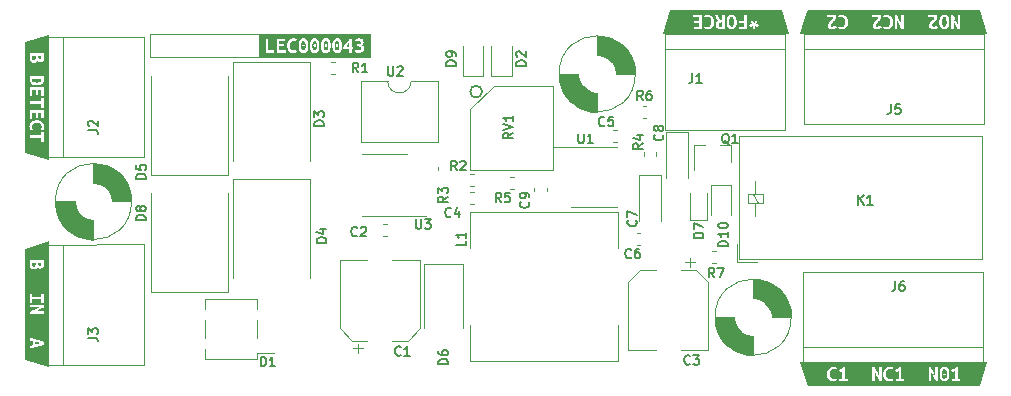
<source format=gto>
G04 #@! TF.GenerationSoftware,KiCad,Pcbnew,6.0.9-8da3e8f707~116~ubuntu20.04.1*
G04 #@! TF.CreationDate,2023-03-26T15:22:19+00:00*
G04 #@! TF.ProjectId,LEC000043,4c454330-3030-4303-9433-2e6b69636164,rev?*
G04 #@! TF.SameCoordinates,Original*
G04 #@! TF.FileFunction,Legend,Top*
G04 #@! TF.FilePolarity,Positive*
%FSLAX46Y46*%
G04 Gerber Fmt 4.6, Leading zero omitted, Abs format (unit mm)*
G04 Created by KiCad (PCBNEW 6.0.9-8da3e8f707~116~ubuntu20.04.1) date 2023-03-26 15:22:19*
%MOMM*%
%LPD*%
G01*
G04 APERTURE LIST*
%ADD10C,0.120000*%
%ADD11C,0.150000*%
%ADD12C,0.010000*%
%ADD13C,0.200000*%
G04 APERTURE END LIST*
D10*
X26741924Y30900000D02*
X8141924Y30900000D01*
X8100000Y30900000D02*
X8100000Y28900000D01*
X8141924Y28900000D02*
X26741924Y28900000D01*
X26741924Y28900000D02*
X26741924Y30900000D01*
D11*
G04 #@! TO.C,C2*
X25666666Y13814286D02*
X25628571Y13776191D01*
X25514285Y13738096D01*
X25438095Y13738096D01*
X25323809Y13776191D01*
X25247619Y13852381D01*
X25209523Y13928572D01*
X25171428Y14080953D01*
X25171428Y14195239D01*
X25209523Y14347620D01*
X25247619Y14423810D01*
X25323809Y14500000D01*
X25438095Y14538096D01*
X25514285Y14538096D01*
X25628571Y14500000D01*
X25666666Y14461905D01*
X25971428Y14461905D02*
X26009523Y14500000D01*
X26085714Y14538096D01*
X26276190Y14538096D01*
X26352380Y14500000D01*
X26390476Y14461905D01*
X26428571Y14385715D01*
X26428571Y14309524D01*
X26390476Y14195239D01*
X25933333Y13738096D01*
X26428571Y13738096D01*
G04 #@! TO.C,C3*
X53866666Y2964286D02*
X53828571Y2926191D01*
X53714285Y2888096D01*
X53638095Y2888096D01*
X53523809Y2926191D01*
X53447619Y3002381D01*
X53409523Y3078572D01*
X53371428Y3230953D01*
X53371428Y3345239D01*
X53409523Y3497620D01*
X53447619Y3573810D01*
X53523809Y3650000D01*
X53638095Y3688096D01*
X53714285Y3688096D01*
X53828571Y3650000D01*
X53866666Y3611905D01*
X54133333Y3688096D02*
X54628571Y3688096D01*
X54361904Y3383334D01*
X54476190Y3383334D01*
X54552380Y3345239D01*
X54590476Y3307143D01*
X54628571Y3230953D01*
X54628571Y3040477D01*
X54590476Y2964286D01*
X54552380Y2926191D01*
X54476190Y2888096D01*
X54247619Y2888096D01*
X54171428Y2926191D01*
X54133333Y2964286D01*
G04 #@! TO.C,C4*
X33616666Y15464286D02*
X33578571Y15426191D01*
X33464285Y15388096D01*
X33388095Y15388096D01*
X33273809Y15426191D01*
X33197619Y15502381D01*
X33159523Y15578572D01*
X33121428Y15730953D01*
X33121428Y15845239D01*
X33159523Y15997620D01*
X33197619Y16073810D01*
X33273809Y16150000D01*
X33388095Y16188096D01*
X33464285Y16188096D01*
X33578571Y16150000D01*
X33616666Y16111905D01*
X34302380Y15921429D02*
X34302380Y15388096D01*
X34111904Y16226191D02*
X33921428Y15654762D01*
X34416666Y15654762D01*
G04 #@! TO.C,D2*
X39961904Y28209524D02*
X39161904Y28209524D01*
X39161904Y28400000D01*
X39200000Y28514286D01*
X39276190Y28590477D01*
X39352380Y28628572D01*
X39504761Y28666667D01*
X39619047Y28666667D01*
X39771428Y28628572D01*
X39847619Y28590477D01*
X39923809Y28514286D01*
X39961904Y28400000D01*
X39961904Y28209524D01*
X39238095Y28971429D02*
X39200000Y29009524D01*
X39161904Y29085715D01*
X39161904Y29276191D01*
X39200000Y29352381D01*
X39238095Y29390477D01*
X39314285Y29428572D01*
X39390476Y29428572D01*
X39504761Y29390477D01*
X39961904Y28933334D01*
X39961904Y29428572D01*
G04 #@! TO.C,D3*
X22861904Y23109524D02*
X22061904Y23109524D01*
X22061904Y23300000D01*
X22100000Y23414286D01*
X22176190Y23490477D01*
X22252380Y23528572D01*
X22404761Y23566667D01*
X22519047Y23566667D01*
X22671428Y23528572D01*
X22747619Y23490477D01*
X22823809Y23414286D01*
X22861904Y23300000D01*
X22861904Y23109524D01*
X22061904Y23833334D02*
X22061904Y24328572D01*
X22366666Y24061905D01*
X22366666Y24176191D01*
X22404761Y24252381D01*
X22442857Y24290477D01*
X22519047Y24328572D01*
X22709523Y24328572D01*
X22785714Y24290477D01*
X22823809Y24252381D01*
X22861904Y24176191D01*
X22861904Y23947620D01*
X22823809Y23871429D01*
X22785714Y23833334D01*
G04 #@! TO.C,D4*
X23061904Y13199524D02*
X22261904Y13199524D01*
X22261904Y13390000D01*
X22300000Y13504286D01*
X22376190Y13580477D01*
X22452380Y13618572D01*
X22604761Y13656667D01*
X22719047Y13656667D01*
X22871428Y13618572D01*
X22947619Y13580477D01*
X23023809Y13504286D01*
X23061904Y13390000D01*
X23061904Y13199524D01*
X22528571Y14342381D02*
X23061904Y14342381D01*
X22223809Y14151905D02*
X22795238Y13961429D01*
X22795238Y14456667D01*
G04 #@! TO.C,D5*
X7761904Y18609524D02*
X6961904Y18609524D01*
X6961904Y18800000D01*
X7000000Y18914286D01*
X7076190Y18990477D01*
X7152380Y19028572D01*
X7304761Y19066667D01*
X7419047Y19066667D01*
X7571428Y19028572D01*
X7647619Y18990477D01*
X7723809Y18914286D01*
X7761904Y18800000D01*
X7761904Y18609524D01*
X6961904Y19790477D02*
X6961904Y19409524D01*
X7342857Y19371429D01*
X7304761Y19409524D01*
X7266666Y19485715D01*
X7266666Y19676191D01*
X7304761Y19752381D01*
X7342857Y19790477D01*
X7419047Y19828572D01*
X7609523Y19828572D01*
X7685714Y19790477D01*
X7723809Y19752381D01*
X7761904Y19676191D01*
X7761904Y19485715D01*
X7723809Y19409524D01*
X7685714Y19371429D01*
G04 #@! TO.C,D6*
X33361904Y2909524D02*
X32561904Y2909524D01*
X32561904Y3100000D01*
X32600000Y3214286D01*
X32676190Y3290477D01*
X32752380Y3328572D01*
X32904761Y3366667D01*
X33019047Y3366667D01*
X33171428Y3328572D01*
X33247619Y3290477D01*
X33323809Y3214286D01*
X33361904Y3100000D01*
X33361904Y2909524D01*
X32561904Y4052381D02*
X32561904Y3900000D01*
X32600000Y3823810D01*
X32638095Y3785715D01*
X32752380Y3709524D01*
X32904761Y3671429D01*
X33209523Y3671429D01*
X33285714Y3709524D01*
X33323809Y3747620D01*
X33361904Y3823810D01*
X33361904Y3976191D01*
X33323809Y4052381D01*
X33285714Y4090477D01*
X33209523Y4128572D01*
X33019047Y4128572D01*
X32942857Y4090477D01*
X32904761Y4052381D01*
X32866666Y3976191D01*
X32866666Y3823810D01*
X32904761Y3747620D01*
X32942857Y3709524D01*
X33019047Y3671429D01*
G04 #@! TO.C,D7*
X54961904Y13609524D02*
X54161904Y13609524D01*
X54161904Y13800000D01*
X54200000Y13914286D01*
X54276190Y13990477D01*
X54352380Y14028572D01*
X54504761Y14066667D01*
X54619047Y14066667D01*
X54771428Y14028572D01*
X54847619Y13990477D01*
X54923809Y13914286D01*
X54961904Y13800000D01*
X54961904Y13609524D01*
X54161904Y14333334D02*
X54161904Y14866667D01*
X54961904Y14523810D01*
G04 #@! TO.C,D8*
X7761904Y15109524D02*
X6961904Y15109524D01*
X6961904Y15300000D01*
X7000000Y15414286D01*
X7076190Y15490477D01*
X7152380Y15528572D01*
X7304761Y15566667D01*
X7419047Y15566667D01*
X7571428Y15528572D01*
X7647619Y15490477D01*
X7723809Y15414286D01*
X7761904Y15300000D01*
X7761904Y15109524D01*
X7304761Y16023810D02*
X7266666Y15947620D01*
X7228571Y15909524D01*
X7152380Y15871429D01*
X7114285Y15871429D01*
X7038095Y15909524D01*
X7000000Y15947620D01*
X6961904Y16023810D01*
X6961904Y16176191D01*
X7000000Y16252381D01*
X7038095Y16290477D01*
X7114285Y16328572D01*
X7152380Y16328572D01*
X7228571Y16290477D01*
X7266666Y16252381D01*
X7304761Y16176191D01*
X7304761Y16023810D01*
X7342857Y15947620D01*
X7380952Y15909524D01*
X7457142Y15871429D01*
X7609523Y15871429D01*
X7685714Y15909524D01*
X7723809Y15947620D01*
X7761904Y16023810D01*
X7761904Y16176191D01*
X7723809Y16252381D01*
X7685714Y16290477D01*
X7609523Y16328572D01*
X7457142Y16328572D01*
X7380952Y16290477D01*
X7342857Y16252381D01*
X7304761Y16176191D01*
G04 #@! TO.C,J1*
X54053333Y27538096D02*
X54053333Y26966667D01*
X54015238Y26852381D01*
X53939047Y26776191D01*
X53824761Y26738096D01*
X53748571Y26738096D01*
X54853333Y26738096D02*
X54396190Y26738096D01*
X54624761Y26738096D02*
X54624761Y27538096D01*
X54548571Y27423810D01*
X54472380Y27347620D01*
X54396190Y27309524D01*
G04 #@! TO.C,J2*
X2911904Y22753334D02*
X3483333Y22753334D01*
X3597619Y22715239D01*
X3673809Y22639048D01*
X3711904Y22524762D01*
X3711904Y22448572D01*
X2988095Y23096191D02*
X2950000Y23134286D01*
X2911904Y23210477D01*
X2911904Y23400953D01*
X2950000Y23477143D01*
X2988095Y23515239D01*
X3064285Y23553334D01*
X3140476Y23553334D01*
X3254761Y23515239D01*
X3711904Y23058096D01*
X3711904Y23553334D01*
G04 #@! TO.C,J3*
X2911904Y5153334D02*
X3483333Y5153334D01*
X3597619Y5115239D01*
X3673809Y5039048D01*
X3711904Y4924762D01*
X3711904Y4848572D01*
X2911904Y5458096D02*
X2911904Y5953334D01*
X3216666Y5686667D01*
X3216666Y5800953D01*
X3254761Y5877143D01*
X3292857Y5915239D01*
X3369047Y5953334D01*
X3559523Y5953334D01*
X3635714Y5915239D01*
X3673809Y5877143D01*
X3711904Y5800953D01*
X3711904Y5572381D01*
X3673809Y5496191D01*
X3635714Y5458096D01*
G04 #@! TO.C,J5*
X70883333Y24938096D02*
X70883333Y24366667D01*
X70845238Y24252381D01*
X70769047Y24176191D01*
X70654761Y24138096D01*
X70578571Y24138096D01*
X71645238Y24938096D02*
X71264285Y24938096D01*
X71226190Y24557143D01*
X71264285Y24595239D01*
X71340476Y24633334D01*
X71530952Y24633334D01*
X71607142Y24595239D01*
X71645238Y24557143D01*
X71683333Y24480953D01*
X71683333Y24290477D01*
X71645238Y24214286D01*
X71607142Y24176191D01*
X71530952Y24138096D01*
X71340476Y24138096D01*
X71264285Y24176191D01*
X71226190Y24214286D01*
G04 #@! TO.C,J6*
X71233333Y9938096D02*
X71233333Y9366667D01*
X71195238Y9252381D01*
X71119047Y9176191D01*
X71004761Y9138096D01*
X70928571Y9138096D01*
X71957142Y9938096D02*
X71804761Y9938096D01*
X71728571Y9900000D01*
X71690476Y9861905D01*
X71614285Y9747620D01*
X71576190Y9595239D01*
X71576190Y9290477D01*
X71614285Y9214286D01*
X71652380Y9176191D01*
X71728571Y9138096D01*
X71880952Y9138096D01*
X71957142Y9176191D01*
X71995238Y9214286D01*
X72033333Y9290477D01*
X72033333Y9480953D01*
X71995238Y9557143D01*
X71957142Y9595239D01*
X71880952Y9633334D01*
X71728571Y9633334D01*
X71652380Y9595239D01*
X71614285Y9557143D01*
X71576190Y9480953D01*
G04 #@! TO.C,R2*
X34116666Y19338096D02*
X33850000Y19719048D01*
X33659523Y19338096D02*
X33659523Y20138096D01*
X33964285Y20138096D01*
X34040476Y20100000D01*
X34078571Y20061905D01*
X34116666Y19985715D01*
X34116666Y19871429D01*
X34078571Y19795239D01*
X34040476Y19757143D01*
X33964285Y19719048D01*
X33659523Y19719048D01*
X34421428Y20061905D02*
X34459523Y20100000D01*
X34535714Y20138096D01*
X34726190Y20138096D01*
X34802380Y20100000D01*
X34840476Y20061905D01*
X34878571Y19985715D01*
X34878571Y19909524D01*
X34840476Y19795239D01*
X34383333Y19338096D01*
X34878571Y19338096D01*
G04 #@! TO.C,R3*
X33361904Y17116667D02*
X32980952Y16850000D01*
X33361904Y16659524D02*
X32561904Y16659524D01*
X32561904Y16964286D01*
X32600000Y17040477D01*
X32638095Y17078572D01*
X32714285Y17116667D01*
X32828571Y17116667D01*
X32904761Y17078572D01*
X32942857Y17040477D01*
X32980952Y16964286D01*
X32980952Y16659524D01*
X32561904Y17383334D02*
X32561904Y17878572D01*
X32866666Y17611905D01*
X32866666Y17726191D01*
X32904761Y17802381D01*
X32942857Y17840477D01*
X33019047Y17878572D01*
X33209523Y17878572D01*
X33285714Y17840477D01*
X33323809Y17802381D01*
X33361904Y17726191D01*
X33361904Y17497620D01*
X33323809Y17421429D01*
X33285714Y17383334D01*
G04 #@! TO.C,R5*
X37866666Y16638096D02*
X37600000Y17019048D01*
X37409523Y16638096D02*
X37409523Y17438096D01*
X37714285Y17438096D01*
X37790476Y17400000D01*
X37828571Y17361905D01*
X37866666Y17285715D01*
X37866666Y17171429D01*
X37828571Y17095239D01*
X37790476Y17057143D01*
X37714285Y17019048D01*
X37409523Y17019048D01*
X38590476Y17438096D02*
X38209523Y17438096D01*
X38171428Y17057143D01*
X38209523Y17095239D01*
X38285714Y17133334D01*
X38476190Y17133334D01*
X38552380Y17095239D01*
X38590476Y17057143D01*
X38628571Y16980953D01*
X38628571Y16790477D01*
X38590476Y16714286D01*
X38552380Y16676191D01*
X38476190Y16638096D01*
X38285714Y16638096D01*
X38209523Y16676191D01*
X38171428Y16714286D01*
G04 #@! TO.C,R6*
X49866666Y25288096D02*
X49600000Y25669048D01*
X49409523Y25288096D02*
X49409523Y26088096D01*
X49714285Y26088096D01*
X49790476Y26050000D01*
X49828571Y26011905D01*
X49866666Y25935715D01*
X49866666Y25821429D01*
X49828571Y25745239D01*
X49790476Y25707143D01*
X49714285Y25669048D01*
X49409523Y25669048D01*
X50552380Y26088096D02*
X50400000Y26088096D01*
X50323809Y26050000D01*
X50285714Y26011905D01*
X50209523Y25897620D01*
X50171428Y25745239D01*
X50171428Y25440477D01*
X50209523Y25364286D01*
X50247619Y25326191D01*
X50323809Y25288096D01*
X50476190Y25288096D01*
X50552380Y25326191D01*
X50590476Y25364286D01*
X50628571Y25440477D01*
X50628571Y25630953D01*
X50590476Y25707143D01*
X50552380Y25745239D01*
X50476190Y25783334D01*
X50323809Y25783334D01*
X50247619Y25745239D01*
X50209523Y25707143D01*
X50171428Y25630953D01*
G04 #@! TO.C,R7*
X55916666Y10288096D02*
X55650000Y10669048D01*
X55459523Y10288096D02*
X55459523Y11088096D01*
X55764285Y11088096D01*
X55840476Y11050000D01*
X55878571Y11011905D01*
X55916666Y10935715D01*
X55916666Y10821429D01*
X55878571Y10745239D01*
X55840476Y10707143D01*
X55764285Y10669048D01*
X55459523Y10669048D01*
X56183333Y11088096D02*
X56716666Y11088096D01*
X56373809Y10288096D01*
G04 #@! TO.C,U2*
X28290476Y28138096D02*
X28290476Y27490477D01*
X28328571Y27414286D01*
X28366666Y27376191D01*
X28442857Y27338096D01*
X28595238Y27338096D01*
X28671428Y27376191D01*
X28709523Y27414286D01*
X28747619Y27490477D01*
X28747619Y28138096D01*
X29090476Y28061905D02*
X29128571Y28100000D01*
X29204761Y28138096D01*
X29395238Y28138096D01*
X29471428Y28100000D01*
X29509523Y28061905D01*
X29547619Y27985715D01*
X29547619Y27909524D01*
X29509523Y27795239D01*
X29052380Y27338096D01*
X29547619Y27338096D01*
G04 #@! TO.C,U3*
X30640476Y15188096D02*
X30640476Y14540477D01*
X30678571Y14464286D01*
X30716666Y14426191D01*
X30792857Y14388096D01*
X30945238Y14388096D01*
X31021428Y14426191D01*
X31059523Y14464286D01*
X31097619Y14540477D01*
X31097619Y15188096D01*
X31402380Y15188096D02*
X31897619Y15188096D01*
X31630952Y14883334D01*
X31745238Y14883334D01*
X31821428Y14845239D01*
X31859523Y14807143D01*
X31897619Y14730953D01*
X31897619Y14540477D01*
X31859523Y14464286D01*
X31821428Y14426191D01*
X31745238Y14388096D01*
X31516666Y14388096D01*
X31440476Y14426191D01*
X31402380Y14464286D01*
G04 #@! TO.C,K1*
X68109523Y16438096D02*
X68109523Y17238096D01*
X68566666Y16438096D02*
X68223809Y16895239D01*
X68566666Y17238096D02*
X68109523Y16780953D01*
X69328571Y16438096D02*
X68871428Y16438096D01*
X69100000Y16438096D02*
X69100000Y17238096D01*
X69023809Y17123810D01*
X68947619Y17047620D01*
X68871428Y17009524D01*
G04 #@! TO.C,R1*
X25766666Y27638096D02*
X25500000Y28019048D01*
X25309523Y27638096D02*
X25309523Y28438096D01*
X25614285Y28438096D01*
X25690476Y28400000D01*
X25728571Y28361905D01*
X25766666Y28285715D01*
X25766666Y28171429D01*
X25728571Y28095239D01*
X25690476Y28057143D01*
X25614285Y28019048D01*
X25309523Y28019048D01*
X26528571Y27638096D02*
X26071428Y27638096D01*
X26300000Y27638096D02*
X26300000Y28438096D01*
X26223809Y28323810D01*
X26147619Y28247620D01*
X26071428Y28209524D01*
G04 #@! TO.C,C6*
X48866666Y11964286D02*
X48828571Y11926191D01*
X48714285Y11888096D01*
X48638095Y11888096D01*
X48523809Y11926191D01*
X48447619Y12002381D01*
X48409523Y12078572D01*
X48371428Y12230953D01*
X48371428Y12345239D01*
X48409523Y12497620D01*
X48447619Y12573810D01*
X48523809Y12650000D01*
X48638095Y12688096D01*
X48714285Y12688096D01*
X48828571Y12650000D01*
X48866666Y12611905D01*
X49552380Y12688096D02*
X49400000Y12688096D01*
X49323809Y12650000D01*
X49285714Y12611905D01*
X49209523Y12497620D01*
X49171428Y12345239D01*
X49171428Y12040477D01*
X49209523Y11964286D01*
X49247619Y11926191D01*
X49323809Y11888096D01*
X49476190Y11888096D01*
X49552380Y11926191D01*
X49590476Y11964286D01*
X49628571Y12040477D01*
X49628571Y12230953D01*
X49590476Y12307143D01*
X49552380Y12345239D01*
X49476190Y12383334D01*
X49323809Y12383334D01*
X49247619Y12345239D01*
X49209523Y12307143D01*
X49171428Y12230953D01*
G04 #@! TO.C,C7*
X49285714Y15116667D02*
X49323809Y15078572D01*
X49361904Y14964286D01*
X49361904Y14888096D01*
X49323809Y14773810D01*
X49247619Y14697620D01*
X49171428Y14659524D01*
X49019047Y14621429D01*
X48904761Y14621429D01*
X48752380Y14659524D01*
X48676190Y14697620D01*
X48600000Y14773810D01*
X48561904Y14888096D01*
X48561904Y14964286D01*
X48600000Y15078572D01*
X48638095Y15116667D01*
X48561904Y15383334D02*
X48561904Y15916667D01*
X49361904Y15573810D01*
G04 #@! TO.C,C8*
X51535714Y22366667D02*
X51573809Y22328572D01*
X51611904Y22214286D01*
X51611904Y22138096D01*
X51573809Y22023810D01*
X51497619Y21947620D01*
X51421428Y21909524D01*
X51269047Y21871429D01*
X51154761Y21871429D01*
X51002380Y21909524D01*
X50926190Y21947620D01*
X50850000Y22023810D01*
X50811904Y22138096D01*
X50811904Y22214286D01*
X50850000Y22328572D01*
X50888095Y22366667D01*
X51154761Y22823810D02*
X51116666Y22747620D01*
X51078571Y22709524D01*
X51002380Y22671429D01*
X50964285Y22671429D01*
X50888095Y22709524D01*
X50850000Y22747620D01*
X50811904Y22823810D01*
X50811904Y22976191D01*
X50850000Y23052381D01*
X50888095Y23090477D01*
X50964285Y23128572D01*
X51002380Y23128572D01*
X51078571Y23090477D01*
X51116666Y23052381D01*
X51154761Y22976191D01*
X51154761Y22823810D01*
X51192857Y22747620D01*
X51230952Y22709524D01*
X51307142Y22671429D01*
X51459523Y22671429D01*
X51535714Y22709524D01*
X51573809Y22747620D01*
X51611904Y22823810D01*
X51611904Y22976191D01*
X51573809Y23052381D01*
X51535714Y23090477D01*
X51459523Y23128572D01*
X51307142Y23128572D01*
X51230952Y23090477D01*
X51192857Y23052381D01*
X51154761Y22976191D01*
G04 #@! TO.C,R4*
X49861904Y21616667D02*
X49480952Y21350000D01*
X49861904Y21159524D02*
X49061904Y21159524D01*
X49061904Y21464286D01*
X49100000Y21540477D01*
X49138095Y21578572D01*
X49214285Y21616667D01*
X49328571Y21616667D01*
X49404761Y21578572D01*
X49442857Y21540477D01*
X49480952Y21464286D01*
X49480952Y21159524D01*
X49328571Y22302381D02*
X49861904Y22302381D01*
X49023809Y22111905D02*
X49595238Y21921429D01*
X49595238Y22416667D01*
G04 #@! TO.C,U1*
X44390476Y22438096D02*
X44390476Y21790477D01*
X44428571Y21714286D01*
X44466666Y21676191D01*
X44542857Y21638096D01*
X44695238Y21638096D01*
X44771428Y21676191D01*
X44809523Y21714286D01*
X44847619Y21790477D01*
X44847619Y22438096D01*
X45647619Y21638096D02*
X45190476Y21638096D01*
X45419047Y21638096D02*
X45419047Y22438096D01*
X45342857Y22323810D01*
X45266666Y22247620D01*
X45190476Y22209524D01*
G04 #@! TO.C,C5*
X46616666Y23164286D02*
X46578571Y23126191D01*
X46464285Y23088096D01*
X46388095Y23088096D01*
X46273809Y23126191D01*
X46197619Y23202381D01*
X46159523Y23278572D01*
X46121428Y23430953D01*
X46121428Y23545239D01*
X46159523Y23697620D01*
X46197619Y23773810D01*
X46273809Y23850000D01*
X46388095Y23888096D01*
X46464285Y23888096D01*
X46578571Y23850000D01*
X46616666Y23811905D01*
X47340476Y23888096D02*
X46959523Y23888096D01*
X46921428Y23507143D01*
X46959523Y23545239D01*
X47035714Y23583334D01*
X47226190Y23583334D01*
X47302380Y23545239D01*
X47340476Y23507143D01*
X47378571Y23430953D01*
X47378571Y23240477D01*
X47340476Y23164286D01*
X47302380Y23126191D01*
X47226190Y23088096D01*
X47035714Y23088096D01*
X46959523Y23126191D01*
X46921428Y23164286D01*
G04 #@! TO.C,L1*
X34861904Y13366667D02*
X34861904Y12985715D01*
X34061904Y12985715D01*
X34861904Y14052381D02*
X34861904Y13595239D01*
X34861904Y13823810D02*
X34061904Y13823810D01*
X34176190Y13747620D01*
X34252380Y13671429D01*
X34290476Y13595239D01*
G04 #@! TO.C,D9*
X34011904Y28209524D02*
X33211904Y28209524D01*
X33211904Y28400000D01*
X33250000Y28514286D01*
X33326190Y28590477D01*
X33402380Y28628572D01*
X33554761Y28666667D01*
X33669047Y28666667D01*
X33821428Y28628572D01*
X33897619Y28590477D01*
X33973809Y28514286D01*
X34011904Y28400000D01*
X34011904Y28209524D01*
X34011904Y29047620D02*
X34011904Y29200000D01*
X33973809Y29276191D01*
X33935714Y29314286D01*
X33821428Y29390477D01*
X33669047Y29428572D01*
X33364285Y29428572D01*
X33288095Y29390477D01*
X33250000Y29352381D01*
X33211904Y29276191D01*
X33211904Y29123810D01*
X33250000Y29047620D01*
X33288095Y29009524D01*
X33364285Y28971429D01*
X33554761Y28971429D01*
X33630952Y29009524D01*
X33669047Y29047620D01*
X33707142Y29123810D01*
X33707142Y29276191D01*
X33669047Y29352381D01*
X33630952Y29390477D01*
X33554761Y29428572D01*
G04 #@! TO.C,D1*
X17509523Y2738096D02*
X17509523Y3538096D01*
X17700000Y3538096D01*
X17814285Y3500000D01*
X17890476Y3423810D01*
X17928571Y3347620D01*
X17966666Y3195239D01*
X17966666Y3080953D01*
X17928571Y2928572D01*
X17890476Y2852381D01*
X17814285Y2776191D01*
X17700000Y2738096D01*
X17509523Y2738096D01*
X18728571Y2738096D02*
X18271428Y2738096D01*
X18500000Y2738096D02*
X18500000Y3538096D01*
X18423809Y3423810D01*
X18347619Y3347620D01*
X18271428Y3309524D01*
G04 #@! TO.C,RV1*
X38861904Y22523810D02*
X38480952Y22257143D01*
X38861904Y22066667D02*
X38061904Y22066667D01*
X38061904Y22371429D01*
X38100000Y22447620D01*
X38138095Y22485715D01*
X38214285Y22523810D01*
X38328571Y22523810D01*
X38404761Y22485715D01*
X38442857Y22447620D01*
X38480952Y22371429D01*
X38480952Y22066667D01*
X38061904Y22752381D02*
X38861904Y23019048D01*
X38061904Y23285715D01*
X38861904Y23971429D02*
X38861904Y23514286D01*
X38861904Y23742858D02*
X38061904Y23742858D01*
X38176190Y23666667D01*
X38252380Y23590477D01*
X38290476Y23514286D01*
G04 #@! TO.C,C1*
X29366666Y3714286D02*
X29328571Y3676191D01*
X29214285Y3638096D01*
X29138095Y3638096D01*
X29023809Y3676191D01*
X28947619Y3752381D01*
X28909523Y3828572D01*
X28871428Y3980953D01*
X28871428Y4095239D01*
X28909523Y4247620D01*
X28947619Y4323810D01*
X29023809Y4400000D01*
X29138095Y4438096D01*
X29214285Y4438096D01*
X29328571Y4400000D01*
X29366666Y4361905D01*
X30128571Y3638096D02*
X29671428Y3638096D01*
X29900000Y3638096D02*
X29900000Y4438096D01*
X29823809Y4323810D01*
X29747619Y4247620D01*
X29671428Y4209524D01*
G04 #@! TO.C,Q1*
X57173809Y21561905D02*
X57097619Y21600000D01*
X57021428Y21676191D01*
X56907142Y21790477D01*
X56830952Y21828572D01*
X56754761Y21828572D01*
X56792857Y21638096D02*
X56716666Y21676191D01*
X56640476Y21752381D01*
X56602380Y21904762D01*
X56602380Y22171429D01*
X56640476Y22323810D01*
X56716666Y22400000D01*
X56792857Y22438096D01*
X56945238Y22438096D01*
X57021428Y22400000D01*
X57097619Y22323810D01*
X57135714Y22171429D01*
X57135714Y21904762D01*
X57097619Y21752381D01*
X57021428Y21676191D01*
X56945238Y21638096D01*
X56792857Y21638096D01*
X57897619Y21638096D02*
X57440476Y21638096D01*
X57669047Y21638096D02*
X57669047Y22438096D01*
X57592857Y22323810D01*
X57516666Y22247620D01*
X57440476Y22209524D01*
G04 #@! TO.C,D10*
X57061904Y12928572D02*
X56261904Y12928572D01*
X56261904Y13119048D01*
X56300000Y13233334D01*
X56376190Y13309524D01*
X56452380Y13347620D01*
X56604761Y13385715D01*
X56719047Y13385715D01*
X56871428Y13347620D01*
X56947619Y13309524D01*
X57023809Y13233334D01*
X57061904Y13119048D01*
X57061904Y12928572D01*
X57061904Y14147620D02*
X57061904Y13690477D01*
X57061904Y13919048D02*
X56261904Y13919048D01*
X56376190Y13842858D01*
X56452380Y13766667D01*
X56490476Y13690477D01*
X56261904Y14642858D02*
X56261904Y14719048D01*
X56300000Y14795239D01*
X56338095Y14833334D01*
X56414285Y14871429D01*
X56566666Y14909524D01*
X56757142Y14909524D01*
X56909523Y14871429D01*
X56985714Y14833334D01*
X57023809Y14795239D01*
X57061904Y14719048D01*
X57061904Y14642858D01*
X57023809Y14566667D01*
X56985714Y14528572D01*
X56909523Y14490477D01*
X56757142Y14452381D01*
X56566666Y14452381D01*
X56414285Y14490477D01*
X56338095Y14528572D01*
X56300000Y14566667D01*
X56261904Y14642858D01*
G04 #@! TO.C,C9*
X40185714Y16666667D02*
X40223809Y16628572D01*
X40261904Y16514286D01*
X40261904Y16438096D01*
X40223809Y16323810D01*
X40147619Y16247620D01*
X40071428Y16209524D01*
X39919047Y16171429D01*
X39804761Y16171429D01*
X39652380Y16209524D01*
X39576190Y16247620D01*
X39500000Y16323810D01*
X39461904Y16438096D01*
X39461904Y16514286D01*
X39500000Y16628572D01*
X39538095Y16666667D01*
X40261904Y17047620D02*
X40261904Y17200000D01*
X40223809Y17276191D01*
X40185714Y17314286D01*
X40071428Y17390477D01*
X39919047Y17428572D01*
X39614285Y17428572D01*
X39538095Y17390477D01*
X39500000Y17352381D01*
X39461904Y17276191D01*
X39461904Y17123810D01*
X39500000Y17047620D01*
X39538095Y17009524D01*
X39614285Y16971429D01*
X39804761Y16971429D01*
X39880952Y17009524D01*
X39919047Y17047620D01*
X39957142Y17123810D01*
X39957142Y17276191D01*
X39919047Y17352381D01*
X39880952Y17390477D01*
X39804761Y17428572D01*
D10*
G04 #@! TO.C,C2*
X28162779Y14810000D02*
X27837221Y14810000D01*
X28162779Y13790000D02*
X27837221Y13790000D01*
G04 #@! TO.C,C3*
X48590000Y4090000D02*
X50940000Y4090000D01*
X55410000Y4090000D02*
X53060000Y4090000D01*
X54241250Y11543750D02*
X53453750Y11543750D01*
X49654437Y10910000D02*
X50940000Y10910000D01*
X49654437Y10910000D02*
X48590000Y9845563D01*
X48590000Y9845563D02*
X48590000Y4090000D01*
X55410000Y9845563D02*
X55410000Y4090000D01*
X54345563Y10910000D02*
X53060000Y10910000D01*
X53847500Y11937500D02*
X53847500Y11150000D01*
X54345563Y10910000D02*
X55410000Y9845563D01*
G04 #@! TO.C,C4*
X35550279Y16490000D02*
X35224721Y16490000D01*
X35550279Y17510000D02*
X35224721Y17510000D01*
G04 #@! TO.C,D2*
X37050000Y27300000D02*
X38750000Y27300000D01*
X37050000Y27300000D02*
X37050000Y29850000D01*
X38750000Y27300000D02*
X38750000Y29850000D01*
G04 #@! TO.C,D3*
X15150000Y28500000D02*
X21650000Y28500000D01*
X21650000Y28500000D02*
X21650000Y20100000D01*
X15150000Y28500000D02*
X15150000Y20100000D01*
G04 #@! TO.C,D4*
X15150000Y18600000D02*
X21650000Y18600000D01*
X21650000Y18600000D02*
X21650000Y10200000D01*
X15150000Y18600000D02*
X15150000Y10200000D01*
G04 #@! TO.C,D5*
X8250000Y18900000D02*
X8250000Y27300000D01*
X14750000Y18900000D02*
X14750000Y27300000D01*
X14750000Y18900000D02*
X8250000Y18900000D01*
G04 #@! TO.C,D6*
X34650000Y11400000D02*
X34650000Y6000000D01*
X34650000Y11400000D02*
X31350000Y11400000D01*
X31350000Y11400000D02*
X31350000Y6000000D01*
G04 #@! TO.C,D7*
X53865000Y15115000D02*
X55335000Y15115000D01*
X55335000Y15115000D02*
X55335000Y17400000D01*
X53865000Y17400000D02*
X53865000Y15115000D01*
G04 #@! TO.C,D8*
X8250000Y9000000D02*
X8250000Y17400000D01*
X14750000Y9000000D02*
X14750000Y17400000D01*
X14750000Y9000000D02*
X8250000Y9000000D01*
G04 #@! TO.C,J1*
X61940000Y22790000D02*
X61940000Y30910000D01*
X51780000Y29640000D02*
X61940000Y29640000D01*
X51780000Y30910000D02*
X51780000Y22790000D01*
X61940000Y30910000D02*
X51780000Y30910000D01*
X51780000Y22790000D02*
X61940000Y22790000D01*
G04 #@! TO.C,J2*
X-460000Y30640000D02*
X-460000Y20480000D01*
X-460000Y20480000D02*
X7660000Y20480000D01*
X810000Y20480000D02*
X810000Y30640000D01*
X7660000Y30640000D02*
X-460000Y30640000D01*
X7660000Y20480000D02*
X7660000Y30640000D01*
G04 #@! TO.C,J3*
X-460000Y2880000D02*
X7650000Y2880000D01*
X7650000Y13060000D02*
X-460000Y13040000D01*
X7650000Y2880000D02*
X7650000Y13040000D01*
X810000Y2880000D02*
X810000Y13040000D01*
X-460000Y13040000D02*
X-460000Y2880000D01*
G04 #@! TO.C,J5*
X78740000Y23290000D02*
X63500000Y23290000D01*
X63500000Y30910000D02*
X63500000Y23290000D01*
X78740000Y29640000D02*
X63500000Y29640000D01*
X78740000Y30910000D02*
X78740000Y23290000D01*
X78740000Y30910000D02*
X63500000Y30910000D01*
G04 #@! TO.C,J6*
X78700000Y3090000D02*
X78700000Y10710000D01*
X63460000Y3090000D02*
X78700000Y3090000D01*
X63460000Y3090000D02*
X63460000Y10710000D01*
X63460000Y4360000D02*
X78700000Y4360000D01*
X63460000Y10710000D02*
X78700000Y10710000D01*
G04 #@! TO.C,R2*
X35550279Y17990000D02*
X35224721Y17990000D01*
X35550279Y19010000D02*
X35224721Y19010000D01*
G04 #@! TO.C,R3*
X33510000Y19324721D02*
X33510000Y19650279D01*
X32490000Y19324721D02*
X32490000Y19650279D01*
G04 #@! TO.C,R5*
X38637221Y17740000D02*
X38962779Y17740000D01*
X38637221Y18760000D02*
X38962779Y18760000D01*
G04 #@! TO.C,R6*
X50162779Y23740000D02*
X49837221Y23740000D01*
X50162779Y24760000D02*
X49837221Y24760000D01*
G04 #@! TO.C,R7*
X56062779Y11490000D02*
X55737221Y11490000D01*
X56062779Y12510000D02*
X55737221Y12510000D01*
G04 #@! TO.C,U2*
X32485000Y21700000D02*
X32485000Y26900000D01*
X26015000Y21700000D02*
X32485000Y21700000D01*
X28250000Y26900000D02*
X26015000Y26900000D01*
X26015000Y26900000D02*
X26015000Y21700000D01*
X32485000Y26900000D02*
X30250000Y26900000D01*
X28250000Y26900000D02*
G75*
G03*
X30250000Y26900000I1000000J0D01*
G01*
G04 #@! TO.C,U3*
X28000000Y20690000D02*
X26120000Y20690000D01*
X28000000Y15510000D02*
X31525000Y15510000D01*
X28000000Y15510000D02*
X26120000Y15510000D01*
X28000000Y20690000D02*
X29880000Y20690000D01*
G04 #@! TO.C,K1*
X78600000Y22200000D02*
X78600000Y11800000D01*
X57800000Y11600000D02*
X57800000Y13100000D01*
X59400000Y17300000D02*
X59400000Y18400000D01*
X58800000Y17300000D02*
X58800000Y16600000D01*
X59600000Y16600000D02*
X59200000Y17300000D01*
X60000000Y16600000D02*
X60000000Y17300000D01*
X58000000Y22200000D02*
X78600000Y22200000D01*
X60000000Y17300000D02*
X58800000Y17300000D01*
X78600000Y11800000D02*
X58000000Y11800000D01*
X59400000Y16600000D02*
X59400000Y15500000D01*
X59500000Y11600000D02*
X57800000Y11600000D01*
X58000000Y11800000D02*
X58000000Y22200000D01*
X58800000Y16600000D02*
X60000000Y16600000D01*
G04 #@! TO.C,R1*
X23437221Y28510000D02*
X23762779Y28510000D01*
X23437221Y27490000D02*
X23762779Y27490000D01*
G04 #@! TO.C,H1*
X6574903Y16700000D02*
G75*
G03*
X6574903Y16700000I-3224903J0D01*
G01*
G36*
X1750000Y16600000D02*
G01*
X1850000Y16200000D01*
X2050000Y15800000D01*
X2450000Y15400000D01*
X2850000Y15200000D01*
X3250000Y15100000D01*
X3350000Y15100000D01*
X3350000Y13475097D01*
X2850000Y13500000D01*
X1850000Y13800000D01*
X1050000Y14400000D01*
X550000Y15100000D01*
X250000Y15800000D01*
X150000Y16200000D01*
X150000Y16700000D01*
X1750000Y16700000D01*
X1750000Y16600000D01*
G37*
D12*
X1750000Y16600000D02*
X1850000Y16200000D01*
X2050000Y15800000D01*
X2450000Y15400000D01*
X2850000Y15200000D01*
X3250000Y15100000D01*
X3350000Y15100000D01*
X3350000Y13475097D01*
X2850000Y13500000D01*
X1850000Y13800000D01*
X1050000Y14400000D01*
X550000Y15100000D01*
X250000Y15800000D01*
X150000Y16200000D01*
X150000Y16700000D01*
X1750000Y16700000D01*
X1750000Y16600000D01*
G36*
X3850000Y19900000D02*
G01*
X4850000Y19600000D01*
X5650000Y19000000D01*
X6150000Y18300000D01*
X6450000Y17600000D01*
X6550000Y17200000D01*
X6550000Y16700000D01*
X4950000Y16700000D01*
X4950000Y16800000D01*
X4850000Y17200000D01*
X4650000Y17600000D01*
X4250000Y18000000D01*
X3850000Y18200000D01*
X3450000Y18300000D01*
X3350000Y18300000D01*
X3350000Y19924903D01*
X3850000Y19900000D01*
G37*
X3850000Y19900000D02*
X4850000Y19600000D01*
X5650000Y19000000D01*
X6150000Y18300000D01*
X6450000Y17600000D01*
X6550000Y17200000D01*
X6550000Y16700000D01*
X4950000Y16700000D01*
X4950000Y16800000D01*
X4850000Y17200000D01*
X4650000Y17600000D01*
X4250000Y18000000D01*
X3850000Y18200000D01*
X3450000Y18300000D01*
X3350000Y18300000D01*
X3350000Y19924903D01*
X3850000Y19900000D01*
D10*
G04 #@! TO.C,H2*
X62424903Y6900000D02*
G75*
G03*
X62424903Y6900000I-3224903J0D01*
G01*
G36*
X57600000Y6800000D02*
G01*
X57700000Y6400000D01*
X57900000Y6000000D01*
X58300000Y5600000D01*
X58700000Y5400000D01*
X59100000Y5300000D01*
X59200000Y5300000D01*
X59200000Y3675097D01*
X58700000Y3700000D01*
X57700000Y4000000D01*
X56900000Y4600000D01*
X56400000Y5300000D01*
X56100000Y6000000D01*
X56000000Y6400000D01*
X56000000Y6900000D01*
X57600000Y6900000D01*
X57600000Y6800000D01*
G37*
D12*
X57600000Y6800000D02*
X57700000Y6400000D01*
X57900000Y6000000D01*
X58300000Y5600000D01*
X58700000Y5400000D01*
X59100000Y5300000D01*
X59200000Y5300000D01*
X59200000Y3675097D01*
X58700000Y3700000D01*
X57700000Y4000000D01*
X56900000Y4600000D01*
X56400000Y5300000D01*
X56100000Y6000000D01*
X56000000Y6400000D01*
X56000000Y6900000D01*
X57600000Y6900000D01*
X57600000Y6800000D01*
G36*
X59700000Y10100000D02*
G01*
X60700000Y9800000D01*
X61500000Y9200000D01*
X62000000Y8500000D01*
X62300000Y7800000D01*
X62400000Y7400000D01*
X62400000Y6900000D01*
X60800000Y6900000D01*
X60800000Y7000000D01*
X60700000Y7400000D01*
X60500000Y7800000D01*
X60100000Y8200000D01*
X59700000Y8400000D01*
X59300000Y8500000D01*
X59200000Y8500000D01*
X59200000Y10124903D01*
X59700000Y10100000D01*
G37*
X59700000Y10100000D02*
X60700000Y9800000D01*
X61500000Y9200000D01*
X62000000Y8500000D01*
X62300000Y7800000D01*
X62400000Y7400000D01*
X62400000Y6900000D01*
X60800000Y6900000D01*
X60800000Y7000000D01*
X60700000Y7400000D01*
X60500000Y7800000D01*
X60100000Y8200000D01*
X59700000Y8400000D01*
X59300000Y8500000D01*
X59200000Y8500000D01*
X59200000Y10124903D01*
X59700000Y10100000D01*
D10*
G04 #@! TO.C,H3*
X49224903Y27500000D02*
G75*
G03*
X49224903Y27500000I-3224903J0D01*
G01*
G36*
X44400000Y27400000D02*
G01*
X44500000Y27000000D01*
X44700000Y26600000D01*
X45100000Y26200000D01*
X45500000Y26000000D01*
X45900000Y25900000D01*
X46000000Y25900000D01*
X46000000Y24275097D01*
X45500000Y24300000D01*
X44500000Y24600000D01*
X43700000Y25200000D01*
X43200000Y25900000D01*
X42900000Y26600000D01*
X42800000Y27000000D01*
X42800000Y27500000D01*
X44400000Y27500000D01*
X44400000Y27400000D01*
G37*
D12*
X44400000Y27400000D02*
X44500000Y27000000D01*
X44700000Y26600000D01*
X45100000Y26200000D01*
X45500000Y26000000D01*
X45900000Y25900000D01*
X46000000Y25900000D01*
X46000000Y24275097D01*
X45500000Y24300000D01*
X44500000Y24600000D01*
X43700000Y25200000D01*
X43200000Y25900000D01*
X42900000Y26600000D01*
X42800000Y27000000D01*
X42800000Y27500000D01*
X44400000Y27500000D01*
X44400000Y27400000D01*
G36*
X46500000Y30700000D02*
G01*
X47500000Y30400000D01*
X48300000Y29800000D01*
X48800000Y29100000D01*
X49100000Y28400000D01*
X49200000Y28000000D01*
X49200000Y27500000D01*
X47600000Y27500000D01*
X47600000Y27600000D01*
X47500000Y28000000D01*
X47300000Y28400000D01*
X46900000Y28800000D01*
X46500000Y29000000D01*
X46100000Y29100000D01*
X46000000Y29100000D01*
X46000000Y30724903D01*
X46500000Y30700000D01*
G37*
X46500000Y30700000D02*
X47500000Y30400000D01*
X48300000Y29800000D01*
X48800000Y29100000D01*
X49100000Y28400000D01*
X49200000Y28000000D01*
X49200000Y27500000D01*
X47600000Y27500000D01*
X47600000Y27600000D01*
X47500000Y28000000D01*
X47300000Y28400000D01*
X46900000Y28800000D01*
X46500000Y29000000D01*
X46100000Y29100000D01*
X46000000Y29100000D01*
X46000000Y30724903D01*
X46500000Y30700000D01*
D10*
G04 #@! TO.C,C6*
X49337221Y14010000D02*
X49662779Y14010000D01*
X49337221Y12990000D02*
X49662779Y12990000D01*
G04 #@! TO.C,C7*
X51435000Y15050000D02*
X51435000Y18960000D01*
X51435000Y18960000D02*
X49565000Y18960000D01*
X49565000Y18960000D02*
X49565000Y15050000D01*
G04 #@! TO.C,C8*
X53685000Y22560000D02*
X51815000Y22560000D01*
X53685000Y18650000D02*
X53685000Y22560000D01*
X51815000Y22560000D02*
X51815000Y18650000D01*
G04 #@! TO.C,R4*
X51010000Y20875279D02*
X51010000Y20549721D01*
X49990000Y20875279D02*
X49990000Y20549721D01*
G04 #@! TO.C,U1*
X45750000Y16190000D02*
X43800000Y16190000D01*
X45750000Y21310000D02*
X47700000Y21310000D01*
X45750000Y16190000D02*
X47700000Y16190000D01*
X45750000Y21310000D02*
X42300000Y21310000D01*
G04 #@! TO.C,C5*
X47700279Y22760000D02*
X47374721Y22760000D01*
X47700279Y21740000D02*
X47374721Y21740000D01*
G04 #@! TO.C,L1*
X47800000Y3200000D02*
X35200000Y3200000D01*
X47800000Y6200000D02*
X47800000Y3200000D01*
X35200000Y3200000D02*
X35200000Y6200000D01*
X35200000Y15800000D02*
X47800000Y15800000D01*
X47800000Y15800000D02*
X47800000Y12800000D01*
X35200000Y12800000D02*
X35200000Y15800000D01*
G04 #@! TO.C,D9*
X34650000Y27300000D02*
X36350000Y27300000D01*
X34650000Y27300000D02*
X34650000Y29850000D01*
X36350000Y27300000D02*
X36350000Y29850000D01*
G04 #@! TO.C,D1*
X17200000Y3900000D02*
X18600000Y3900000D01*
X17200000Y8400000D02*
X17200000Y7600000D01*
X17200000Y3400000D02*
X17200000Y3900000D01*
X12800000Y3400000D02*
X17200000Y3400000D01*
X12800000Y7600000D02*
X12800000Y8400000D01*
X12800000Y5100000D02*
X12800000Y6700000D01*
X12800000Y4200000D02*
X12800000Y3400000D01*
X17200000Y5100000D02*
X17200000Y6700000D01*
X12800000Y8400000D02*
X17200000Y8400000D01*
G04 #@! TO.C,RV1*
X37250000Y26500000D02*
X35250000Y24500000D01*
X42250000Y19400000D02*
X35250000Y19400000D01*
X35250000Y24500000D02*
X35250000Y19400000D01*
X42250000Y26500000D02*
X42250000Y19400000D01*
X37250000Y26500000D02*
X42250000Y26500000D01*
D13*
X36250000Y26000000D02*
G75*
G03*
X36250000Y26000000I-500000J0D01*
G01*
D10*
G04 #@! TO.C,C1*
X31010000Y5954437D02*
X31010000Y11710000D01*
X25254437Y4890000D02*
X24190000Y5954437D01*
X29945563Y4890000D02*
X28660000Y4890000D01*
X25358750Y4256250D02*
X26146250Y4256250D01*
X24190000Y11710000D02*
X26540000Y11710000D01*
X29945563Y4890000D02*
X31010000Y5954437D01*
X31010000Y11710000D02*
X28660000Y11710000D01*
X25254437Y4890000D02*
X26540000Y4890000D01*
X25752500Y3862500D02*
X25752500Y4650000D01*
X24190000Y5954437D02*
X24190000Y11710000D01*
G04 #@! TO.C,Q1*
X57330000Y21510000D02*
X56400000Y21510000D01*
X54170000Y21510000D02*
X54170000Y19350000D01*
X57330000Y21510000D02*
X57330000Y20050000D01*
X54170000Y21510000D02*
X55100000Y21510000D01*
G04 #@! TO.C,kibuzzard-624D4ACF*
G36*
X-1051855Y11464243D02*
G01*
X-1049950Y11408998D01*
X-1054712Y11346133D01*
X-1073762Y11292793D01*
X-1113767Y11256598D01*
X-1181395Y11243263D01*
X-1289027Y11288983D01*
X-1328080Y11424238D01*
X-1328080Y11515678D01*
X-1057570Y11515678D01*
X-1051855Y11464243D01*
G37*
G36*
X-1522390Y11389948D02*
G01*
X-1559538Y11244215D01*
X-1682410Y11189923D01*
X-1767183Y11208973D01*
X-1818618Y11257550D01*
X-1843383Y11325178D01*
X-1850050Y11403283D01*
X-1848145Y11461385D01*
X-1842430Y11515678D01*
X-1522390Y11515678D01*
X-1522390Y11389948D01*
G37*
G36*
X-1450000Y4803410D02*
G01*
X-1332842Y4776740D01*
X-1214732Y4746260D01*
X-1088050Y4711017D01*
X-1214732Y4675775D01*
X-1332842Y4645295D01*
X-1450000Y4619577D01*
X-1571920Y4596717D01*
X-1571920Y4827222D01*
X-1450000Y4803410D01*
G37*
G36*
X-2450760Y3283802D02*
G01*
X-2450760Y5168217D01*
X-2038645Y5168217D01*
X-2038645Y4924377D01*
X-1766230Y4871037D01*
X-1766230Y4556712D01*
X-2038645Y4501467D01*
X-2038645Y4250007D01*
X-1904952Y4281440D01*
X-1775145Y4313253D01*
X-1649225Y4345448D01*
X-1527191Y4378023D01*
X-1409042Y4410980D01*
X-1265751Y4452473D01*
X-1126388Y4494086D01*
X-990955Y4535817D01*
X-859450Y4577667D01*
X-859450Y4832937D01*
X-989883Y4873300D01*
X-1124007Y4914376D01*
X-1261822Y4956167D01*
X-1403327Y4998672D01*
X-1520485Y5032886D01*
X-1642596Y5066948D01*
X-1769659Y5100857D01*
X-1901676Y5134613D01*
X-2038645Y5168217D01*
X-2450760Y5168217D01*
X-2450760Y7366587D01*
X-2038645Y7366587D01*
X-2038645Y7177992D01*
X-859450Y7177992D01*
X-859450Y7389447D01*
X-1585255Y7389447D01*
X-1510960Y7423023D01*
X-1425235Y7462790D01*
X-1332366Y7507557D01*
X-1236640Y7556135D01*
X-1139247Y7607332D01*
X-1041377Y7659957D01*
X-946842Y7713297D01*
X-859450Y7766637D01*
X-859450Y7955232D01*
X-2038645Y7955232D01*
X-2038645Y7743777D01*
X-1255690Y7743777D01*
X-1386394Y7672975D01*
X-1516887Y7605347D01*
X-1647168Y7540895D01*
X-1777448Y7479618D01*
X-1907941Y7421515D01*
X-2038645Y7366587D01*
X-2450760Y7366587D01*
X-2450760Y8143828D01*
X-2038645Y8143828D01*
X-1844335Y8143828D01*
X-1844335Y8399098D01*
X-1053760Y8399098D01*
X-1053760Y8143828D01*
X-859450Y8143828D01*
X-859450Y8892493D01*
X-1053760Y8892493D01*
X-1053760Y8635318D01*
X-1844335Y8635318D01*
X-1844335Y8892493D01*
X-2038645Y8892493D01*
X-2038645Y8143828D01*
X-2450760Y8143828D01*
X-2450760Y11422333D01*
X-2053885Y11422333D01*
X-2049361Y11328273D01*
X-2035788Y11240405D01*
X-2011499Y11161348D01*
X-1974828Y11093720D01*
X-1860528Y10995613D01*
X-1780279Y10968466D01*
X-1682410Y10959418D01*
X-1602400Y10970133D01*
X-1526200Y11002280D01*
X-1459525Y11064431D01*
X-1408090Y11165158D01*
X-1305220Y11055620D01*
X-1235687Y11024902D01*
X-1156630Y11014663D01*
X-1046140Y11031808D01*
X-946128Y11096578D01*
X-873737Y11228023D01*
X-853021Y11324225D01*
X-846115Y11445193D01*
X-854687Y11603308D01*
X-874690Y11749993D01*
X-2019595Y11749993D01*
X-2034597Y11667601D01*
X-2045313Y11584258D01*
X-2051742Y11501866D01*
X-2053885Y11422333D01*
X-2450760Y11422333D01*
X-2450760Y12716198D01*
X-449240Y13316654D01*
X-449240Y2683346D01*
X-2450760Y3283802D01*
G37*
G04 #@! TO.C,kibuzzard-627C05F6*
G36*
X24176556Y29776916D02*
G01*
X24159728Y29673728D01*
X24131683Y29592342D01*
X24069532Y29513047D01*
X23984045Y29486615D01*
X23899749Y29513047D01*
X23837360Y29592342D01*
X23808785Y29673728D01*
X23791640Y29776916D01*
X23785925Y29901905D01*
X23786803Y29920955D01*
X23879270Y29920955D01*
X23907845Y29832372D01*
X23985950Y29795225D01*
X24061198Y29832372D01*
X24090725Y29920955D01*
X24061198Y30010490D01*
X23985950Y30048590D01*
X23907845Y30010490D01*
X23879270Y29920955D01*
X23786803Y29920955D01*
X23791640Y30025836D01*
X23808785Y30128388D01*
X23837360Y30209563D01*
X23899749Y30288858D01*
X23984045Y30315290D01*
X24069532Y30288858D01*
X24131683Y30209563D01*
X24159728Y30128388D01*
X24176556Y30025836D01*
X24182165Y29901905D01*
X24176556Y29776916D01*
G37*
G36*
X17383802Y30912190D02*
G01*
X26816198Y30912190D01*
X26816198Y28887810D01*
X17383802Y28887810D01*
X17383802Y29309450D01*
X17928050Y29309450D01*
X18669095Y29309450D01*
X18865310Y29309450D01*
X19621595Y29309450D01*
X19621595Y29503760D01*
X19099625Y29503760D01*
X19099625Y29835230D01*
X19516820Y29835230D01*
X19516820Y29900000D01*
X19749230Y29900000D01*
X19757445Y29760816D01*
X19782091Y29638539D01*
X19823168Y29533168D01*
X19880675Y29444705D01*
X19981428Y29355805D01*
X20108428Y29302465D01*
X20261675Y29284685D01*
X20365736Y29291114D01*
X20456937Y29310402D01*
X20591240Y29366600D01*
X20532185Y29551385D01*
X20435982Y29509475D01*
X20284535Y29488520D01*
X20148566Y29515428D01*
X20056887Y29596152D01*
X20018258Y29678385D01*
X19995081Y29781572D01*
X19987592Y29901905D01*
X20716970Y29901905D01*
X20723518Y29755696D01*
X20743164Y29629490D01*
X20775906Y29523286D01*
X20821745Y29437085D01*
X20902178Y29352418D01*
X21003778Y29301618D01*
X21126545Y29284685D01*
X21249312Y29301618D01*
X21350912Y29352418D01*
X21431345Y29437085D01*
X21477184Y29523286D01*
X21509926Y29629490D01*
X21529572Y29755696D01*
X21536120Y29901905D01*
X21669470Y29901905D01*
X21676018Y29755696D01*
X21695664Y29629490D01*
X21728406Y29523286D01*
X21774245Y29437085D01*
X21854678Y29352418D01*
X21956278Y29301618D01*
X22079045Y29284685D01*
X22201812Y29301618D01*
X22303412Y29352418D01*
X22383845Y29437085D01*
X22429684Y29523286D01*
X22462426Y29629490D01*
X22482072Y29755696D01*
X22488620Y29901905D01*
X22621970Y29901905D01*
X22628518Y29755696D01*
X22648164Y29629490D01*
X22680906Y29523286D01*
X22726745Y29437085D01*
X22807178Y29352418D01*
X22908778Y29301618D01*
X23031545Y29284685D01*
X23154312Y29301618D01*
X23255912Y29352418D01*
X23336345Y29437085D01*
X23382184Y29523286D01*
X23414926Y29629490D01*
X23434572Y29755696D01*
X23441120Y29901905D01*
X23574470Y29901905D01*
X23581018Y29755696D01*
X23600664Y29629490D01*
X23633406Y29523286D01*
X23679245Y29437085D01*
X23759678Y29352418D01*
X23861278Y29301618D01*
X23984045Y29284685D01*
X24106812Y29301618D01*
X24208412Y29352418D01*
X24288845Y29437085D01*
X24334684Y29523286D01*
X24354505Y29587580D01*
X24511730Y29587580D01*
X25003220Y29587580D01*
X25003220Y29309450D01*
X25237535Y29309450D01*
X25237535Y29349455D01*
X25490900Y29349455D01*
X25549955Y29328500D01*
X25632823Y29307545D01*
X25726168Y29291352D01*
X25818560Y29284685D01*
X25928574Y29291591D01*
X26022395Y29312307D01*
X26100500Y29345645D01*
X26163365Y29390412D01*
X26245280Y29509475D01*
X26271950Y29659970D01*
X26259329Y29755696D01*
X26221467Y29837135D01*
X26160746Y29902381D01*
X26079545Y29949530D01*
X26186225Y30048590D01*
X26226230Y30183845D01*
X26203370Y30315290D01*
X26132885Y30421018D01*
X26011918Y30490550D01*
X25932146Y30509124D01*
X25839515Y30515315D01*
X25738312Y30506504D01*
X25648063Y30480073D01*
X25511855Y30410540D01*
X25595675Y30239090D01*
X25709023Y30293383D01*
X25841420Y30315290D01*
X25949053Y30278143D01*
X25988105Y30176225D01*
X25970008Y30103835D01*
X25923335Y30058115D01*
X25858565Y30033350D01*
X25786175Y30025730D01*
X25698545Y30025730D01*
X25698545Y29831420D01*
X25770935Y29831420D01*
X25875234Y29822133D01*
X25959530Y29794272D01*
X26015251Y29743076D01*
X26033825Y29663780D01*
X25985248Y29536145D01*
X25918811Y29497569D01*
X25816655Y29484710D01*
X25726406Y29489949D01*
X25649968Y29505665D01*
X25536620Y29545670D01*
X25490900Y29349455D01*
X25237535Y29349455D01*
X25237535Y29587580D01*
X25365170Y29587580D01*
X25365170Y29779985D01*
X25237535Y29779985D01*
X25237535Y30488645D01*
X25027985Y30488645D01*
X24951785Y30407444D01*
X24875585Y30316243D01*
X24801290Y30219326D01*
X24730805Y30120980D01*
X24665083Y30023111D01*
X24605075Y29927623D01*
X24553164Y29838326D01*
X24511730Y29759030D01*
X24511730Y29587580D01*
X24354505Y29587580D01*
X24367426Y29629490D01*
X24387072Y29755696D01*
X24393620Y29901905D01*
X24387072Y30047221D01*
X24367426Y30172653D01*
X24334684Y30278202D01*
X24288845Y30363868D01*
X24208412Y30448005D01*
X24106812Y30498488D01*
X23984045Y30515315D01*
X23863183Y30498382D01*
X23762218Y30447582D01*
X23681150Y30362915D01*
X23634478Y30276952D01*
X23601140Y30171463D01*
X23581138Y30046447D01*
X23574470Y29901905D01*
X23441120Y29901905D01*
X23434572Y30047221D01*
X23414926Y30172653D01*
X23382184Y30278202D01*
X23336345Y30363868D01*
X23255912Y30448005D01*
X23154312Y30498488D01*
X23031545Y30515315D01*
X22910683Y30498382D01*
X22809718Y30447582D01*
X22728650Y30362915D01*
X22681978Y30276952D01*
X22648640Y30171463D01*
X22628638Y30046447D01*
X22621970Y29901905D01*
X22488620Y29901905D01*
X22482072Y30047221D01*
X22462426Y30172653D01*
X22429684Y30278202D01*
X22383845Y30363868D01*
X22303412Y30448005D01*
X22201812Y30498488D01*
X22079045Y30515315D01*
X21958183Y30498382D01*
X21857218Y30447582D01*
X21776150Y30362915D01*
X21729477Y30276952D01*
X21696140Y30171463D01*
X21676137Y30046447D01*
X21669470Y29901905D01*
X21536120Y29901905D01*
X21529572Y30047221D01*
X21509926Y30172653D01*
X21477184Y30278202D01*
X21431345Y30363868D01*
X21350912Y30448005D01*
X21249312Y30498488D01*
X21126545Y30515315D01*
X21005683Y30498382D01*
X20904718Y30447582D01*
X20823650Y30362915D01*
X20776977Y30276952D01*
X20743640Y30171463D01*
X20723637Y30046447D01*
X20716970Y29901905D01*
X19987592Y29901905D01*
X19987355Y29905715D01*
X19993784Y30012395D01*
X20013073Y30100025D01*
X20079748Y30224803D01*
X20173092Y30291478D01*
X20280725Y30311480D01*
X20422647Y30291478D01*
X20528375Y30242900D01*
X20589335Y30429590D01*
X20550282Y30452450D01*
X20486465Y30481025D01*
X20397882Y30504838D01*
X20284535Y30515315D01*
X20172854Y30505076D01*
X20070223Y30474358D01*
X19978782Y30423875D01*
X19900677Y30354343D01*
X19837098Y30266474D01*
X19789235Y30160985D01*
X19759231Y30038589D01*
X19749230Y29900000D01*
X19516820Y29900000D01*
X19516820Y30029540D01*
X19099625Y30029540D01*
X19099625Y30294335D01*
X19579685Y30294335D01*
X19579685Y30488645D01*
X18865310Y30488645D01*
X18865310Y29309450D01*
X18669095Y29309450D01*
X18669095Y29503760D01*
X18164270Y29503760D01*
X18164270Y30488645D01*
X17928050Y30488645D01*
X17928050Y29309450D01*
X17383802Y29309450D01*
X17383802Y30912190D01*
G37*
G36*
X23224056Y29776916D02*
G01*
X23207228Y29673728D01*
X23179183Y29592342D01*
X23117032Y29513047D01*
X23031545Y29486615D01*
X22947249Y29513047D01*
X22884860Y29592342D01*
X22856285Y29673728D01*
X22839140Y29776916D01*
X22833425Y29901905D01*
X22834303Y29920955D01*
X22926770Y29920955D01*
X22955345Y29832372D01*
X23033450Y29795225D01*
X23108698Y29832372D01*
X23138225Y29920955D01*
X23108698Y30010490D01*
X23033450Y30048590D01*
X22955345Y30010490D01*
X22926770Y29920955D01*
X22834303Y29920955D01*
X22839140Y30025836D01*
X22856285Y30128388D01*
X22884860Y30209563D01*
X22947249Y30288858D01*
X23031545Y30315290D01*
X23117032Y30288858D01*
X23179183Y30209563D01*
X23207228Y30128388D01*
X23224056Y30025836D01*
X23229665Y29901905D01*
X23224056Y29776916D01*
G37*
G36*
X21319056Y29776916D02*
G01*
X21302228Y29673728D01*
X21274182Y29592342D01*
X21212032Y29513047D01*
X21126545Y29486615D01*
X21042249Y29513047D01*
X20979860Y29592342D01*
X20951285Y29673728D01*
X20934140Y29776916D01*
X20928425Y29901905D01*
X20929303Y29920955D01*
X21021770Y29920955D01*
X21050345Y29832372D01*
X21128450Y29795225D01*
X21203697Y29832372D01*
X21233225Y29920955D01*
X21203697Y30010490D01*
X21128450Y30048590D01*
X21050345Y30010490D01*
X21021770Y29920955D01*
X20929303Y29920955D01*
X20934140Y30025836D01*
X20951285Y30128388D01*
X20979860Y30209563D01*
X21042249Y30288858D01*
X21126545Y30315290D01*
X21212032Y30288858D01*
X21274182Y30209563D01*
X21302228Y30128388D01*
X21319056Y30025836D01*
X21324665Y29901905D01*
X21319056Y29776916D01*
G37*
G36*
X22271556Y29776916D02*
G01*
X22254728Y29673728D01*
X22226683Y29592342D01*
X22164532Y29513047D01*
X22079045Y29486615D01*
X21994749Y29513047D01*
X21932360Y29592342D01*
X21903785Y29673728D01*
X21886640Y29776916D01*
X21880925Y29901905D01*
X21881803Y29920955D01*
X21974270Y29920955D01*
X22002845Y29832372D01*
X22080950Y29795225D01*
X22156198Y29832372D01*
X22185725Y29920955D01*
X22156198Y30010490D01*
X22080950Y30048590D01*
X22002845Y30010490D01*
X21974270Y29920955D01*
X21881803Y29920955D01*
X21886640Y30025836D01*
X21903785Y30128388D01*
X21932360Y30209563D01*
X21994749Y30288858D01*
X22079045Y30315290D01*
X22164532Y30288858D01*
X22226683Y30209563D01*
X22254728Y30128388D01*
X22271556Y30025836D01*
X22277165Y29901905D01*
X22271556Y29776916D01*
G37*
G36*
X25003220Y29779985D02*
G01*
X24736520Y29779985D01*
X24793670Y29888570D01*
X24861298Y29998108D01*
X24932735Y30101930D01*
X25003220Y30195275D01*
X25003220Y29779985D01*
G37*
G04 #@! TO.C,kibuzzard-624D4A7D*
G36*
X57479120Y32279095D02*
G01*
X57535318Y32191465D01*
X57561988Y32060973D01*
X57566988Y31983106D01*
X57568655Y31900000D01*
X57566988Y31817132D01*
X57561988Y31739980D01*
X57535318Y31609487D01*
X57479120Y31520905D01*
X57381965Y31488520D01*
X57284810Y31520905D01*
X57228613Y31608535D01*
X57201943Y31739027D01*
X57196942Y31816894D01*
X57195275Y31900000D01*
X57196942Y31982868D01*
X57201943Y32060020D01*
X57228613Y32190513D01*
X57285763Y32279095D01*
X57381965Y32311480D01*
X57479120Y32279095D01*
G37*
G36*
X56568530Y31507570D02*
G01*
X56530430Y31502807D01*
X56498045Y31501855D01*
X56413749Y31512809D01*
X56347550Y31545670D01*
X56304687Y31601867D01*
X56290400Y31682830D01*
X56343740Y31815227D01*
X56413749Y31850232D01*
X56517095Y31861900D01*
X56568530Y31861900D01*
X56568530Y31507570D01*
G37*
G36*
X52183802Y32912190D02*
G01*
X61616198Y32912190D01*
X62223512Y30887810D01*
X51576488Y30887810D01*
X51999017Y32296240D01*
X54124415Y32296240D01*
X54646385Y32296240D01*
X54646385Y31964770D01*
X54229190Y31964770D01*
X54229190Y31770460D01*
X54646385Y31770460D01*
X54646385Y31505665D01*
X54166325Y31505665D01*
X54166325Y31311355D01*
X54880700Y31311355D01*
X54880700Y32433400D01*
X55059770Y32433400D01*
X55118825Y32248615D01*
X55215027Y32290525D01*
X55366475Y32311480D01*
X55502444Y32284572D01*
X55594122Y32203848D01*
X55632752Y32121615D01*
X55655929Y32018428D01*
X55663655Y31894285D01*
X55657226Y31787605D01*
X55637937Y31699975D01*
X55571262Y31575197D01*
X55477917Y31508522D01*
X55370285Y31488520D01*
X55228362Y31508522D01*
X55122635Y31557100D01*
X55061675Y31370410D01*
X55100727Y31347550D01*
X55164545Y31318975D01*
X55253127Y31295162D01*
X55366475Y31284685D01*
X55478156Y31294924D01*
X55580787Y31325642D01*
X55672227Y31376125D01*
X55750332Y31445657D01*
X55813912Y31533526D01*
X55861775Y31639015D01*
X55891779Y31761411D01*
X55901780Y31900000D01*
X55893565Y32039184D01*
X55868919Y32161461D01*
X55827842Y32266832D01*
X55770335Y32355295D01*
X55669582Y32444195D01*
X55559213Y32490550D01*
X55974170Y32490550D01*
X56028462Y32365773D01*
X56094185Y32234328D01*
X56164670Y32108598D01*
X56233250Y31999060D01*
X56149906Y31945244D01*
X56094185Y31871425D01*
X56062752Y31782842D01*
X56052275Y31684735D01*
X56060133Y31592104D01*
X56083707Y31512332D01*
X56174195Y31391365D01*
X56238965Y31349931D01*
X56315165Y31320880D01*
X56401842Y31303735D01*
X56498045Y31298020D01*
X56564720Y31299925D01*
X56644730Y31304687D01*
X56727597Y31314212D01*
X56802845Y31328500D01*
X56802845Y31900000D01*
X56957150Y31900000D01*
X56963937Y31756946D01*
X56984296Y31632586D01*
X57018229Y31526918D01*
X57065735Y31439942D01*
X57149132Y31353688D01*
X57254542Y31301936D01*
X57381965Y31284685D01*
X57505578Y31301936D01*
X57524532Y31311355D01*
X57968705Y31311355D01*
X58690700Y31311355D01*
X58690700Y31679020D01*
X58890725Y31679020D01*
X58959305Y31467565D01*
X59014550Y31486615D01*
X59065985Y31509475D01*
X59124088Y31542812D01*
X59182190Y31579960D01*
X59229815Y31612345D01*
X59211718Y31558052D01*
X59192668Y31492330D01*
X59178380Y31425655D01*
X59172665Y31370410D01*
X59172665Y31311355D01*
X59393645Y31311355D01*
X59393645Y31370410D01*
X59387930Y31425655D01*
X59373643Y31492330D01*
X59355545Y31558052D01*
X59338400Y31612345D01*
X59385073Y31578055D01*
X59441270Y31539955D01*
X59498420Y31504712D01*
X59547950Y31480900D01*
X59605100Y31463755D01*
X59675585Y31671400D01*
X59618435Y31690450D01*
X59565095Y31703785D01*
X59498420Y31712357D01*
X59430793Y31715215D01*
X59372690Y31715215D01*
X59418410Y31748552D01*
X59470798Y31791415D01*
X59520328Y31837135D01*
X59557475Y31879045D01*
X59593670Y31926670D01*
X59414600Y32054305D01*
X59378405Y32006680D01*
X59350783Y31959055D01*
X59324113Y31898095D01*
X59300300Y31833325D01*
X59283155Y31778080D01*
X59265058Y31834277D01*
X59241245Y31899047D01*
X59213623Y31960960D01*
X59186000Y32008585D01*
X59151710Y32056210D01*
X58972640Y31926670D01*
X59008835Y31879045D01*
X59045030Y31837135D01*
X59094560Y31792367D01*
X59147900Y31750457D01*
X59195525Y31717120D01*
X59137423Y31717120D01*
X59069795Y31714262D01*
X59003120Y31707595D01*
X58947875Y31696165D01*
X58890725Y31679020D01*
X58690700Y31679020D01*
X58690700Y32490550D01*
X58456385Y32490550D01*
X58456385Y31985725D01*
X58029665Y31985725D01*
X58029665Y31791415D01*
X58456385Y31791415D01*
X58456385Y31505665D01*
X57968705Y31505665D01*
X57968705Y31311355D01*
X57524532Y31311355D01*
X57609718Y31353688D01*
X57694385Y31439942D01*
X57743558Y31526918D01*
X57778681Y31632586D01*
X57799755Y31756946D01*
X57806780Y31900000D01*
X57799934Y32043054D01*
X57779396Y32167414D01*
X57745165Y32273082D01*
X57697243Y32360058D01*
X57613317Y32446312D01*
X57507589Y32498064D01*
X57380060Y32515315D01*
X57255600Y32498064D01*
X57151460Y32446312D01*
X57067640Y32360058D01*
X57019301Y32273082D01*
X56984773Y32167414D01*
X56964056Y32043054D01*
X56957150Y31900000D01*
X56802845Y31900000D01*
X56802845Y32490550D01*
X56568530Y32490550D01*
X56568530Y32056210D01*
X56446610Y32056210D01*
X56382078Y32164081D01*
X56321832Y32270523D01*
X56267302Y32378393D01*
X56219915Y32490550D01*
X55974170Y32490550D01*
X55559213Y32490550D01*
X55542582Y32497535D01*
X55389335Y32515315D01*
X55285274Y32508886D01*
X55194072Y32489598D01*
X55059770Y32433400D01*
X54880700Y32433400D01*
X54880700Y32490550D01*
X54124415Y32490550D01*
X54124415Y32296240D01*
X51999017Y32296240D01*
X52183802Y32912190D01*
G37*
G04 #@! TO.C,D10*
X55650000Y18100000D02*
X55650000Y15550000D01*
X57350000Y18100000D02*
X55650000Y18100000D01*
X57350000Y18100000D02*
X57350000Y15550000D01*
G04 #@! TO.C,kibuzzard-624D4BCC*
G36*
X75491025Y32279095D02*
G01*
X75547223Y32191465D01*
X75573893Y32060973D01*
X75578893Y31983106D01*
X75580560Y31900000D01*
X75578893Y31817132D01*
X75573893Y31739980D01*
X75547223Y31609487D01*
X75491025Y31520905D01*
X75393870Y31488520D01*
X75296715Y31520905D01*
X75240517Y31608535D01*
X75213848Y31739027D01*
X75208847Y31816894D01*
X75207180Y31900000D01*
X75208847Y31982868D01*
X75213848Y32060020D01*
X75240517Y32190513D01*
X75297668Y32279095D01*
X75393870Y32311480D01*
X75491025Y32279095D01*
G37*
G36*
X63820651Y32912190D02*
G01*
X78379349Y32912190D01*
X78986663Y30887810D01*
X63213337Y30887810D01*
X63635866Y32296240D01*
X65465010Y32296240D01*
X65971740Y32296240D01*
X65951737Y32233375D01*
X65903160Y32165748D01*
X65842200Y32100978D01*
X65785050Y32046685D01*
X65687895Y31951435D01*
X65602170Y31848565D01*
X65541210Y31739027D01*
X65518350Y31621870D01*
X65548830Y31474232D01*
X65630745Y31368505D01*
X65748855Y31305640D01*
X65887920Y31284685D01*
X65987218Y31294210D01*
X66086992Y31322785D01*
X66181052Y31371362D01*
X66263205Y31440895D01*
X66147000Y31604725D01*
X66026985Y31515190D01*
X65910780Y31488520D01*
X65800290Y31527572D01*
X65756475Y31639015D01*
X65791717Y31739980D01*
X65881252Y31842850D01*
X65937450Y31897381D01*
X65997457Y31954293D01*
X66057465Y32014776D01*
X66113662Y32080023D01*
X66163192Y32150746D01*
X66203197Y32227660D01*
X66229629Y32311480D01*
X66238440Y32402920D01*
X66239165Y32433400D01*
X66404175Y32433400D01*
X66463230Y32248615D01*
X66559432Y32290525D01*
X66710880Y32311480D01*
X66846849Y32284572D01*
X66938527Y32203848D01*
X66977157Y32121615D01*
X67000334Y32018428D01*
X67008060Y31894285D01*
X67001631Y31787605D01*
X66982342Y31699975D01*
X66915667Y31575197D01*
X66822322Y31508522D01*
X66714690Y31488520D01*
X66572767Y31508522D01*
X66467040Y31557100D01*
X66406080Y31370410D01*
X66445132Y31347550D01*
X66508950Y31318975D01*
X66597532Y31295162D01*
X66710880Y31284685D01*
X66822561Y31294924D01*
X66925192Y31325642D01*
X67016633Y31376125D01*
X67094738Y31445657D01*
X67158317Y31533526D01*
X67206180Y31639015D01*
X67236184Y31761411D01*
X67246185Y31900000D01*
X67237970Y32039184D01*
X67213324Y32161461D01*
X67172247Y32266832D01*
X67153130Y32296240D01*
X69275010Y32296240D01*
X69781740Y32296240D01*
X69761737Y32233375D01*
X69713160Y32165748D01*
X69652200Y32100978D01*
X69595050Y32046685D01*
X69497895Y31951435D01*
X69412170Y31848565D01*
X69351210Y31739027D01*
X69328350Y31621870D01*
X69358830Y31474232D01*
X69440745Y31368505D01*
X69558855Y31305640D01*
X69697920Y31284685D01*
X69797218Y31294210D01*
X69896992Y31322785D01*
X69991052Y31371362D01*
X70073205Y31440895D01*
X69957000Y31604725D01*
X69836985Y31515190D01*
X69720780Y31488520D01*
X69610290Y31527572D01*
X69566475Y31639015D01*
X69601717Y31739980D01*
X69691252Y31842850D01*
X69747450Y31897381D01*
X69807457Y31954293D01*
X69867465Y32014776D01*
X69923662Y32080023D01*
X69973192Y32150746D01*
X70013197Y32227660D01*
X70039629Y32311480D01*
X70048440Y32402920D01*
X70049165Y32433400D01*
X70214175Y32433400D01*
X70273230Y32248615D01*
X70369432Y32290525D01*
X70520880Y32311480D01*
X70656849Y32284572D01*
X70748527Y32203848D01*
X70787157Y32121615D01*
X70810334Y32018428D01*
X70818060Y31894285D01*
X70811631Y31787605D01*
X70792342Y31699975D01*
X70725667Y31575197D01*
X70632322Y31508522D01*
X70524690Y31488520D01*
X70382767Y31508522D01*
X70277040Y31557100D01*
X70216080Y31370410D01*
X70255132Y31347550D01*
X70318950Y31318975D01*
X70407532Y31295162D01*
X70520880Y31284685D01*
X70632561Y31294924D01*
X70687458Y31311355D01*
X71195250Y31311355D01*
X71406705Y31311355D01*
X71406705Y32037160D01*
X71440281Y31962865D01*
X71480048Y31877140D01*
X71524815Y31784271D01*
X71573393Y31688545D01*
X71624589Y31591152D01*
X71677215Y31493282D01*
X71730555Y31398747D01*
X71783895Y31311355D01*
X71972490Y31311355D01*
X71972490Y32296240D01*
X74037510Y32296240D01*
X74544240Y32296240D01*
X74524238Y32233375D01*
X74475660Y32165748D01*
X74414700Y32100978D01*
X74357550Y32046685D01*
X74260395Y31951435D01*
X74174670Y31848565D01*
X74113710Y31739027D01*
X74090850Y31621870D01*
X74121330Y31474232D01*
X74203245Y31368505D01*
X74321355Y31305640D01*
X74460420Y31284685D01*
X74559718Y31294210D01*
X74659493Y31322785D01*
X74753552Y31371362D01*
X74835705Y31440895D01*
X74719500Y31604725D01*
X74599485Y31515190D01*
X74483280Y31488520D01*
X74372790Y31527572D01*
X74328975Y31639015D01*
X74364218Y31739980D01*
X74453753Y31842850D01*
X74509950Y31897381D01*
X74512711Y31900000D01*
X74969055Y31900000D01*
X74975842Y31756946D01*
X74996201Y31632586D01*
X75030134Y31526918D01*
X75077640Y31439942D01*
X75161037Y31353688D01*
X75266447Y31301936D01*
X75393870Y31284685D01*
X75517483Y31301936D01*
X75536437Y31311355D01*
X75957750Y31311355D01*
X76169205Y31311355D01*
X76169205Y32037160D01*
X76202781Y31962865D01*
X76242548Y31877140D01*
X76287315Y31784271D01*
X76335893Y31688545D01*
X76387089Y31591152D01*
X76439715Y31493282D01*
X76493055Y31398747D01*
X76546395Y31311355D01*
X76734990Y31311355D01*
X76734990Y32490550D01*
X76523535Y32490550D01*
X76523535Y31707595D01*
X76452733Y31838299D01*
X76385105Y31968792D01*
X76320653Y32099073D01*
X76259375Y32229353D01*
X76201273Y32359846D01*
X76146345Y32490550D01*
X75957750Y32490550D01*
X75957750Y31311355D01*
X75536437Y31311355D01*
X75621623Y31353688D01*
X75706290Y31439942D01*
X75755463Y31526918D01*
X75790586Y31632586D01*
X75811660Y31756946D01*
X75818685Y31900000D01*
X75811839Y32043054D01*
X75791301Y32167414D01*
X75757070Y32273082D01*
X75709148Y32360058D01*
X75625222Y32446312D01*
X75519494Y32498064D01*
X75391965Y32515315D01*
X75267505Y32498064D01*
X75163365Y32446312D01*
X75079545Y32360058D01*
X75031206Y32273082D01*
X74996678Y32167414D01*
X74975961Y32043054D01*
X74969055Y31900000D01*
X74512711Y31900000D01*
X74569958Y31954293D01*
X74629965Y32014776D01*
X74686163Y32080023D01*
X74735693Y32150746D01*
X74775698Y32227660D01*
X74802129Y32311480D01*
X74810940Y32402920D01*
X74811893Y32442925D01*
X74807130Y32490550D01*
X74037510Y32490550D01*
X74037510Y32296240D01*
X71972490Y32296240D01*
X71972490Y32490550D01*
X71761035Y32490550D01*
X71761035Y31707595D01*
X71690233Y31838299D01*
X71622605Y31968792D01*
X71558153Y32099073D01*
X71496875Y32229353D01*
X71438773Y32359846D01*
X71383845Y32490550D01*
X71195250Y32490550D01*
X71195250Y31311355D01*
X70687458Y31311355D01*
X70735192Y31325642D01*
X70826632Y31376125D01*
X70904737Y31445657D01*
X70968317Y31533526D01*
X71016180Y31639015D01*
X71046184Y31761411D01*
X71056185Y31900000D01*
X71047970Y32039184D01*
X71023324Y32161461D01*
X70982247Y32266832D01*
X70924740Y32355295D01*
X70823987Y32444195D01*
X70696987Y32497535D01*
X70543740Y32515315D01*
X70439679Y32508886D01*
X70348477Y32489598D01*
X70214175Y32433400D01*
X70049165Y32433400D01*
X70049392Y32442925D01*
X70044630Y32490550D01*
X69275010Y32490550D01*
X69275010Y32296240D01*
X67153130Y32296240D01*
X67114740Y32355295D01*
X67013987Y32444195D01*
X66886987Y32497535D01*
X66733740Y32515315D01*
X66629679Y32508886D01*
X66538477Y32489598D01*
X66404175Y32433400D01*
X66239165Y32433400D01*
X66239392Y32442925D01*
X66234630Y32490550D01*
X65465010Y32490550D01*
X65465010Y32296240D01*
X63635866Y32296240D01*
X63820651Y32912190D01*
G37*
G04 #@! TO.C,kibuzzard-624D4BDE*
G36*
X63213337Y3112190D02*
G01*
X78986663Y3112190D01*
X78379349Y1087810D01*
X63820651Y1087810D01*
X63516994Y2100000D01*
X65449770Y2100000D01*
X65457985Y1960816D01*
X65482631Y1838539D01*
X65523708Y1733168D01*
X65581215Y1644705D01*
X65681968Y1555805D01*
X65808968Y1502465D01*
X65962215Y1484685D01*
X66066276Y1491114D01*
X66157477Y1510402D01*
X66291780Y1566600D01*
X66232725Y1751385D01*
X66136522Y1709475D01*
X65985075Y1688520D01*
X65849106Y1715428D01*
X65757427Y1796152D01*
X65718798Y1878385D01*
X65695621Y1981572D01*
X65687895Y2105715D01*
X65694324Y2212395D01*
X65713612Y2300025D01*
X65780287Y2424803D01*
X65873632Y2491478D01*
X65981265Y2511480D01*
X66123187Y2491478D01*
X66228915Y2442900D01*
X66442275Y2442900D01*
X66518475Y2248590D01*
X66634680Y2295263D01*
X66756600Y2362890D01*
X66756600Y1703760D01*
X66508950Y1703760D01*
X66508950Y1509450D01*
X67225230Y1509450D01*
X69295965Y1509450D01*
X69507420Y1509450D01*
X69507420Y2292405D01*
X69578222Y2161701D01*
X69645850Y2031208D01*
X69710302Y1900927D01*
X69771580Y1770647D01*
X69829682Y1640154D01*
X69884610Y1509450D01*
X70073205Y1509450D01*
X70073205Y2100000D01*
X70212270Y2100000D01*
X70220485Y1960816D01*
X70245131Y1838539D01*
X70286208Y1733168D01*
X70343715Y1644705D01*
X70444468Y1555805D01*
X70571468Y1502465D01*
X70724715Y1484685D01*
X70828776Y1491114D01*
X70919977Y1510402D01*
X71054280Y1566600D01*
X70995225Y1751385D01*
X70899022Y1709475D01*
X70747575Y1688520D01*
X70611606Y1715428D01*
X70519927Y1796152D01*
X70481298Y1878385D01*
X70458121Y1981572D01*
X70450395Y2105715D01*
X70456824Y2212395D01*
X70476112Y2300025D01*
X70542787Y2424803D01*
X70636132Y2491478D01*
X70743765Y2511480D01*
X70885687Y2491478D01*
X70991415Y2442900D01*
X71204775Y2442900D01*
X71280975Y2248590D01*
X71397180Y2295263D01*
X71519100Y2362890D01*
X71519100Y1703760D01*
X71271450Y1703760D01*
X71271450Y1509450D01*
X71987730Y1509450D01*
X74058465Y1509450D01*
X74269920Y1509450D01*
X74269920Y2292405D01*
X74340723Y2161701D01*
X74408350Y2031208D01*
X74472803Y1900927D01*
X74534080Y1770647D01*
X74592183Y1640154D01*
X74647110Y1509450D01*
X74835705Y1509450D01*
X74835705Y2101905D01*
X74990010Y2101905D01*
X74996558Y1955696D01*
X75016204Y1829490D01*
X75048946Y1723286D01*
X75094785Y1637085D01*
X75175218Y1552418D01*
X75276818Y1501618D01*
X75399585Y1484685D01*
X75522352Y1501618D01*
X75623952Y1552418D01*
X75704385Y1637085D01*
X75750224Y1723286D01*
X75782966Y1829490D01*
X75802612Y1955696D01*
X75809160Y2101905D01*
X75802612Y2247221D01*
X75782966Y2372653D01*
X75761175Y2442900D01*
X75967275Y2442900D01*
X76043475Y2248590D01*
X76159680Y2295263D01*
X76281600Y2362890D01*
X76281600Y1703760D01*
X76033950Y1703760D01*
X76033950Y1509450D01*
X76750230Y1509450D01*
X76750230Y1703760D01*
X76515915Y1703760D01*
X76515915Y2688645D01*
X76355895Y2688645D01*
X76273980Y2614350D01*
X76173015Y2545770D01*
X76066335Y2486715D01*
X75967275Y2442900D01*
X75761175Y2442900D01*
X75750224Y2478202D01*
X75704385Y2563868D01*
X75623952Y2648005D01*
X75522352Y2698488D01*
X75399585Y2715315D01*
X75278723Y2698382D01*
X75177758Y2647582D01*
X75096690Y2562915D01*
X75050018Y2476952D01*
X75016680Y2371463D01*
X74996678Y2246447D01*
X74990010Y2101905D01*
X74835705Y2101905D01*
X74835705Y2688645D01*
X74624250Y2688645D01*
X74624250Y1962840D01*
X74590674Y2037135D01*
X74550908Y2122860D01*
X74506140Y2215729D01*
X74457563Y2311455D01*
X74406366Y2408848D01*
X74353740Y2506718D01*
X74300400Y2601253D01*
X74247060Y2688645D01*
X74058465Y2688645D01*
X74058465Y1509450D01*
X71987730Y1509450D01*
X71987730Y1703760D01*
X71753415Y1703760D01*
X71753415Y2688645D01*
X71593395Y2688645D01*
X71511480Y2614350D01*
X71410515Y2545770D01*
X71303835Y2486715D01*
X71204775Y2442900D01*
X70991415Y2442900D01*
X71052375Y2629590D01*
X71013322Y2652450D01*
X70949505Y2681025D01*
X70860922Y2704838D01*
X70747575Y2715315D01*
X70635894Y2705076D01*
X70533262Y2674358D01*
X70441822Y2623875D01*
X70363717Y2554343D01*
X70300138Y2466474D01*
X70252275Y2360985D01*
X70222271Y2238589D01*
X70212270Y2100000D01*
X70073205Y2100000D01*
X70073205Y2688645D01*
X69861750Y2688645D01*
X69861750Y1962840D01*
X69828174Y2037135D01*
X69788407Y2122860D01*
X69743640Y2215729D01*
X69695062Y2311455D01*
X69643866Y2408848D01*
X69591240Y2506718D01*
X69537900Y2601253D01*
X69484560Y2688645D01*
X69295965Y2688645D01*
X69295965Y1509450D01*
X67225230Y1509450D01*
X67225230Y1703760D01*
X66990915Y1703760D01*
X66990915Y2688645D01*
X66830895Y2688645D01*
X66748980Y2614350D01*
X66648015Y2545770D01*
X66541335Y2486715D01*
X66442275Y2442900D01*
X66228915Y2442900D01*
X66289875Y2629590D01*
X66250822Y2652450D01*
X66187005Y2681025D01*
X66098422Y2704838D01*
X65985075Y2715315D01*
X65873394Y2705076D01*
X65770762Y2674358D01*
X65679322Y2623875D01*
X65601217Y2554343D01*
X65537638Y2466474D01*
X65489775Y2360985D01*
X65459771Y2238589D01*
X65449770Y2100000D01*
X63516994Y2100000D01*
X63213337Y3112190D01*
G37*
G36*
X75592096Y1976916D02*
G01*
X75575268Y1873728D01*
X75547223Y1792342D01*
X75485072Y1713047D01*
X75399585Y1686615D01*
X75315289Y1713047D01*
X75252900Y1792342D01*
X75224325Y1873728D01*
X75207180Y1976916D01*
X75201465Y2101905D01*
X75202343Y2120955D01*
X75294810Y2120955D01*
X75323385Y2032372D01*
X75401490Y1995225D01*
X75476738Y2032372D01*
X75506265Y2120955D01*
X75476738Y2210490D01*
X75401490Y2248590D01*
X75323385Y2210490D01*
X75294810Y2120955D01*
X75202343Y2120955D01*
X75207180Y2225836D01*
X75224325Y2328388D01*
X75252900Y2409563D01*
X75315289Y2488858D01*
X75399585Y2515290D01*
X75485072Y2488858D01*
X75547223Y2409563D01*
X75575268Y2328388D01*
X75592096Y2225836D01*
X75597705Y2101905D01*
X75592096Y1976916D01*
G37*
G04 #@! TO.C,kibuzzard-624D4AF8*
G36*
X-1053760Y28949003D02*
G01*
X-1051855Y28893758D01*
X-1056617Y28830893D01*
X-1075667Y28777553D01*
X-1115672Y28741358D01*
X-1183300Y28728023D01*
X-1290932Y28773743D01*
X-1329985Y28908998D01*
X-1329985Y29000438D01*
X-1059475Y29000438D01*
X-1053760Y28949003D01*
G37*
G36*
X-1524295Y28874708D02*
G01*
X-1561443Y28728975D01*
X-1684315Y28674683D01*
X-1769088Y28693733D01*
X-1820523Y28742310D01*
X-1845288Y28809938D01*
X-1851955Y28888043D01*
X-1850050Y28946145D01*
X-1844335Y29000438D01*
X-1524295Y29000438D01*
X-1524295Y28874708D01*
G37*
G36*
X-2462190Y20783802D02*
G01*
X-2462190Y22075762D01*
X-2040550Y22075762D01*
X-1055665Y22075762D01*
X-1055665Y21765247D01*
X-861355Y21765247D01*
X-861355Y22622497D01*
X-1055665Y22622497D01*
X-1055665Y22311982D01*
X-2040550Y22311982D01*
X-2040550Y22075762D01*
X-2462190Y22075762D01*
X-2462190Y23058742D01*
X-2065315Y23058742D01*
X-2058886Y22954682D01*
X-2039598Y22863480D01*
X-1983400Y22729177D01*
X-1798615Y22788232D01*
X-1840525Y22884435D01*
X-1861480Y23035882D01*
X-1834572Y23171852D01*
X-1753848Y23263530D01*
X-1671615Y23302159D01*
X-1568428Y23325337D01*
X-1444285Y23333062D01*
X-1337605Y23326633D01*
X-1249975Y23307345D01*
X-1125197Y23240670D01*
X-1058522Y23147325D01*
X-1038520Y23039692D01*
X-1058522Y22897770D01*
X-1107100Y22792042D01*
X-920410Y22731082D01*
X-897550Y22770135D01*
X-868975Y22833952D01*
X-845162Y22922535D01*
X-834685Y23035882D01*
X-844924Y23147563D01*
X-875642Y23250195D01*
X-926125Y23341635D01*
X-995657Y23419740D01*
X-1083526Y23483319D01*
X-1189015Y23531182D01*
X-1311411Y23561186D01*
X-1450000Y23571187D01*
X-1589184Y23562972D01*
X-1711461Y23538326D01*
X-1816832Y23497250D01*
X-1905295Y23439742D01*
X-1994195Y23338989D01*
X-2047535Y23211989D01*
X-2065315Y23058742D01*
X-2462190Y23058742D01*
X-2462190Y23698822D01*
X-2040550Y23698822D01*
X-1846240Y23698822D01*
X-1846240Y24220792D01*
X-1514770Y24220792D01*
X-1514770Y23803597D01*
X-1320460Y23803597D01*
X-1320460Y24220792D01*
X-1055665Y24220792D01*
X-1055665Y23740732D01*
X-861355Y23740732D01*
X-861355Y24455107D01*
X-2040550Y24455107D01*
X-2040550Y23698822D01*
X-2462190Y23698822D01*
X-2462190Y24933262D01*
X-2040550Y24933262D01*
X-1055665Y24933262D01*
X-1055665Y24622747D01*
X-861355Y24622747D01*
X-861355Y25479997D01*
X-1055665Y25479997D01*
X-1055665Y25169482D01*
X-2040550Y25169482D01*
X-2040550Y24933262D01*
X-2462190Y24933262D01*
X-2462190Y25603823D01*
X-2040550Y25603823D01*
X-1846240Y25603823D01*
X-1846240Y26125793D01*
X-1514770Y26125793D01*
X-1514770Y25708598D01*
X-1320460Y25708598D01*
X-1320460Y26125793D01*
X-1055665Y26125793D01*
X-1055665Y25645733D01*
X-861355Y25645733D01*
X-861355Y26360108D01*
X-2040550Y26360108D01*
X-2040550Y25603823D01*
X-2462190Y25603823D01*
X-2462190Y27078293D01*
X-2055790Y27078293D01*
X-2047456Y26963278D01*
X-2022453Y26858265D01*
X-1979352Y26765158D01*
X-1916725Y26685863D01*
X-1833619Y26621331D01*
X-1729083Y26572515D01*
X-1601686Y26541797D01*
X-1450000Y26531557D01*
X-1301648Y26540844D01*
X-1176632Y26568705D01*
X-1073286Y26613234D01*
X-989942Y26672528D01*
X-926363Y26746584D01*
X-882310Y26835405D01*
X-856592Y26936608D01*
X-848020Y27047813D01*
X-853735Y27179258D01*
X-876595Y27329753D01*
X-2027215Y27329753D01*
X-2049123Y27201165D01*
X-2055790Y27078293D01*
X-2462190Y27078293D01*
X-2462190Y28907093D01*
X-2055790Y28907093D01*
X-2051266Y28813033D01*
X-2037693Y28725165D01*
X-2013404Y28646108D01*
X-1976733Y28578480D01*
X-1862433Y28480373D01*
X-1782184Y28453226D01*
X-1684315Y28444178D01*
X-1604305Y28454893D01*
X-1528105Y28487040D01*
X-1461430Y28549191D01*
X-1409995Y28649918D01*
X-1307125Y28540380D01*
X-1237592Y28509662D01*
X-1158535Y28499423D01*
X-1048045Y28516568D01*
X-948032Y28581338D01*
X-875642Y28712783D01*
X-854926Y28808985D01*
X-848020Y28929953D01*
X-856592Y29088068D01*
X-876595Y29234753D01*
X-2021500Y29234753D01*
X-2036502Y29152361D01*
X-2047218Y29069018D01*
X-2053647Y28986626D01*
X-2055790Y28907093D01*
X-2462190Y28907093D01*
X-2462190Y30216198D01*
X-437810Y30823512D01*
X-437810Y20176488D01*
X-2462190Y20783802D01*
G37*
G36*
X-1052807Y27061148D02*
G01*
X-1051855Y27026858D01*
X-1085192Y26899223D01*
X-1173775Y26821118D01*
X-1301410Y26781113D01*
X-1450000Y26769683D01*
X-1534058Y26773254D01*
X-1610973Y26783970D01*
X-1737655Y26831595D01*
X-1821475Y26919225D01*
X-1851955Y27053528D01*
X-1851955Y27074483D01*
X-1850050Y27095438D01*
X-1057570Y27095438D01*
X-1052807Y27061148D01*
G37*
G04 #@! TO.C,C9*
X40690000Y17840580D02*
X40690000Y17559420D01*
X41710000Y17840580D02*
X41710000Y17559420D01*
G04 #@! TD*
M02*

</source>
